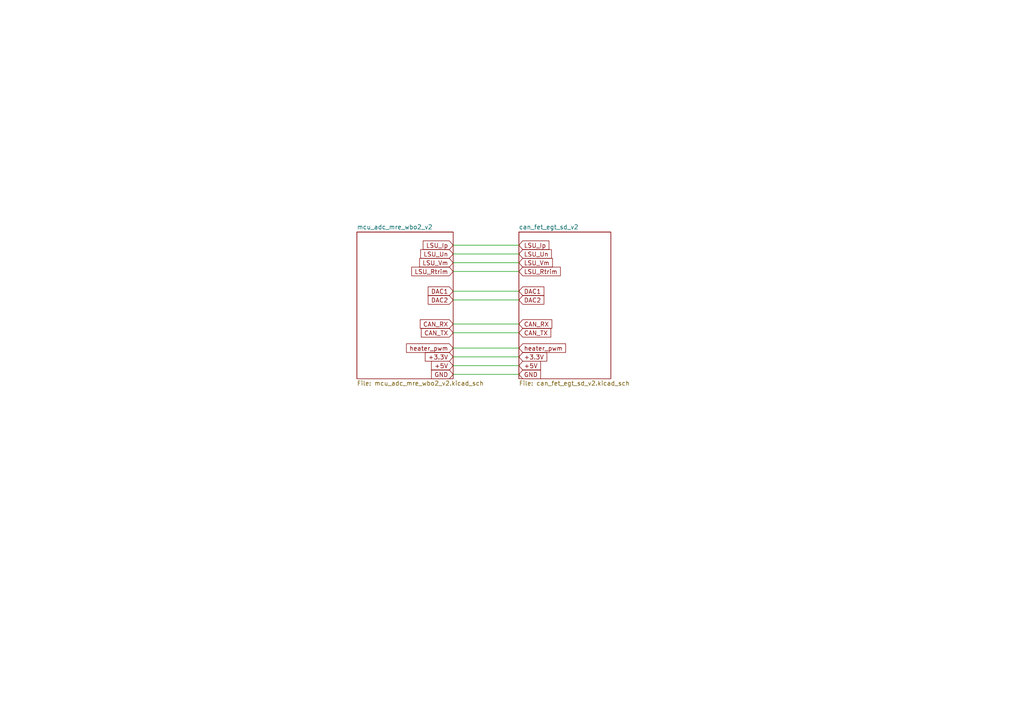
<source format=kicad_sch>
(kicad_sch (version 20211123) (generator eeschema)
  (paper "A4")
  (title_block (title "MRE addon board V2- WBO2 & EGT & SD Card") (date "2023-02-05") (rev "V2.5") (company "by JRD McLAREN") (comment 1 "STM32F072CBT6"))
  (lib_symbols)
  (wire (pts (xy 131.445 103.505) (xy 150.495 103.505)))
  (wire (pts (xy 131.445 71.12) (xy 150.495 71.12)))
  (wire (pts (xy 131.445 84.455) (xy 150.495 84.455)))
  (wire (pts (xy 131.445 106.045) (xy 150.495 106.045)))
  (wire (pts (xy 131.445 108.585) (xy 150.495 108.585)))
  (wire (pts (xy 131.445 73.66) (xy 150.495 73.66)))
  (wire (pts (xy 131.445 86.995) (xy 150.495 86.995)))
  (wire (pts (xy 131.445 76.2) (xy 150.495 76.2)))
  (wire (pts (xy 131.445 100.965) (xy 150.495 100.965)))
  (wire (pts (xy 131.445 96.52) (xy 150.495 96.52)))
  (wire (pts (xy 131.445 93.98) (xy 150.495 93.98)))
  (wire (pts (xy 131.445 78.74) (xy 150.495 78.74)))
  (global_label "LSU_Ip" (shape input) (at 150.495 71.12 0) (property "Medzirezortné odkazy" "${INTERSHEET_REFS}" (effects hide)))
  (global_label "LSU_Rtrim" (shape input) (at 131.445 78.74 180) (property "Medzirezortné odkazy" "${INTERSHEET_REFS}" (effects hide)))
  (global_label "heater_pwm" (shape input) (at 150.495 100.965 0) (property "Medzirezortné odkazy" "${INTERSHEET_REFS}" (effects hide)))
  (global_label "CAN_TX" (shape input) (at 150.495 96.52 0) (property "Medzirezortné odkazy" "${INTERSHEET_REFS}" (effects hide)))
  (global_label "CAN_TX" (shape input) (at 131.445 96.52 180) (property "Medzirezortné odkazy" "${INTERSHEET_REFS}" (effects hide)))
  (global_label "DAC1" (shape input) (at 150.495 84.455 0) (property "Medzirezortné odkazy" "${INTERSHEET_REFS}" (effects hide)))
  (global_label "DAC1" (shape input) (at 131.445 84.455 180) (property "Medzirezortné odkazy" "${INTERSHEET_REFS}" (effects hide)))
  (global_label "GND" (shape input) (at 131.445 108.585 180) (property "Medzirezortné odkazy" "${INTERSHEET_REFS}" (effects hide)))
  (global_label "+3.3V" (shape input) (at 131.445 103.505 180) (property "Medzirezortné odkazy" "${INTERSHEET_REFS}" (effects hide)))
  (global_label "+5V" (shape input) (at 150.495 106.045 0) (property "Medzirezortné odkazy" "${INTERSHEET_REFS}" (effects hide)))
  (global_label "GND" (shape input) (at 150.495 108.585 0) (property "Medzirezortné odkazy" "${INTERSHEET_REFS}" (effects hide)))
  (global_label "LSU_Rtrim" (shape input) (at 150.495 78.74 0) (property "Medzirezortné odkazy" "${INTERSHEET_REFS}" (effects hide)))
  (global_label "LSU_Vm" (shape input) (at 131.445 76.2 180) (property "Medzirezortné odkazy" "${INTERSHEET_REFS}" (effects hide)))
  (global_label "LSU_Vm" (shape input) (at 150.495 76.2 0) (property "Medzirezortné odkazy" "${INTERSHEET_REFS}" (effects hide)))
  (global_label "CAN_RX" (shape input) (at 150.495 93.98 0) (property "Medzirezortné odkazy" "${INTERSHEET_REFS}" (effects hide)))
  (global_label "LSU_Un" (shape input) (at 131.445 73.66 180) (property "Medzirezortné odkazy" "${INTERSHEET_REFS}" (effects hide)))
  (global_label "heater_pwm" (shape input) (at 131.445 100.965 180) (property "Medzirezortné odkazy" "${INTERSHEET_REFS}" (effects hide)))
  (global_label "LSU_Ip" (shape input) (at 131.445 71.12 180) (property "Medzirezortné odkazy" "${INTERSHEET_REFS}" (effects hide)))
  (global_label "DAC2" (shape input) (at 150.495 86.995 0) (property "Medzirezortné odkazy" "${INTERSHEET_REFS}" (effects hide)))
  (global_label "LSU_Un" (shape input) (at 150.495 73.66 0) (property "Medzirezortné odkazy" "${INTERSHEET_REFS}" (effects hide)))
  (global_label "CAN_RX" (shape input) (at 131.445 93.98 180) (property "Medzirezortné odkazy" "${INTERSHEET_REFS}" (effects hide)))
  (global_label "+5V" (shape input) (at 131.445 106.045 180) (property "Medzirezortné odkazy" "${INTERSHEET_REFS}" (effects hide)))
  (global_label "+3.3V" (shape input) (at 150.495 103.505 0) (property "Medzirezortné odkazy" "${INTERSHEET_REFS}" (effects hide)))
  (global_label "DAC2" (shape input) (at 131.445 86.995 180) (property "Medzirezortné odkazy" "${INTERSHEET_REFS}" (effects hide)))
  (sheet (at 103.505 67.31) (size 27.94 42.545)
    (property "Sheet name" "mcu_adc_mre_wbo2_v2" (at 103.505 66.5984 0) (effects (justify left bottom)))
    (property "Sheet file" "mcu_adc_mre_wbo2_v2.kicad_sch" (at 103.505 110.4396 0) (effects (justify left top)))
  )
  (sheet (at 150.495 67.31) (size 26.67 42.545)
    (property "Sheet name" "can_fet_egt_sd_v2" (at 150.495 66.5984 0) (effects (justify left bottom)))
    (property "Sheet file" "can_fet_egt_sd_v2.kicad_sch" (at 150.495 110.4396 0) (effects (justify left top)))
  )
)
</source>
